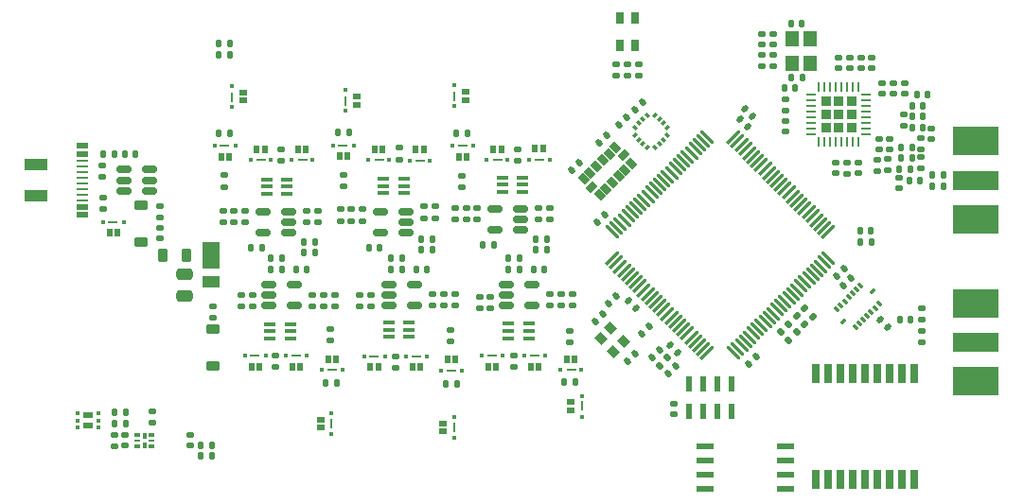
<source format=gtp>
G04 #@! TF.GenerationSoftware,KiCad,Pcbnew,8.0.3*
G04 #@! TF.CreationDate,2024-07-31T22:39:35+02:00*
G04 #@! TF.ProjectId,hw-tele-stern,68772d74-656c-4652-9d73-7465726e2e6b,rev2 w/ output diodes*
G04 #@! TF.SameCoordinates,Original*
G04 #@! TF.FileFunction,Paste,Top*
G04 #@! TF.FilePolarity,Positive*
%FSLAX46Y46*%
G04 Gerber Fmt 4.6, Leading zero omitted, Abs format (unit mm)*
G04 Created by KiCad (PCBNEW 8.0.3) date 2024-07-31 22:39:35*
%MOMM*%
%LPD*%
G01*
G04 APERTURE LIST*
G04 Aperture macros list*
%AMRoundRect*
0 Rectangle with rounded corners*
0 $1 Rounding radius*
0 $2 $3 $4 $5 $6 $7 $8 $9 X,Y pos of 4 corners*
0 Add a 4 corners polygon primitive as box body*
4,1,4,$2,$3,$4,$5,$6,$7,$8,$9,$2,$3,0*
0 Add four circle primitives for the rounded corners*
1,1,$1+$1,$2,$3*
1,1,$1+$1,$4,$5*
1,1,$1+$1,$6,$7*
1,1,$1+$1,$8,$9*
0 Add four rect primitives between the rounded corners*
20,1,$1+$1,$2,$3,$4,$5,0*
20,1,$1+$1,$4,$5,$6,$7,0*
20,1,$1+$1,$6,$7,$8,$9,0*
20,1,$1+$1,$8,$9,$2,$3,0*%
%AMRotRect*
0 Rectangle, with rotation*
0 The origin of the aperture is its center*
0 $1 length*
0 $2 width*
0 $3 Rotation angle, in degrees counterclockwise*
0 Add horizontal line*
21,1,$1,$2,0,0,$3*%
G04 Aperture macros list end*
%ADD10RotRect,0.920000X0.610000X315.000000*%
%ADD11RotRect,0.610000X0.920000X315.000000*%
%ADD12R,4.190000X2.665000*%
%ADD13R,4.190000X1.780000*%
%ADD14RoundRect,0.021200X0.243800X-0.633800X0.243800X0.633800X-0.243800X0.633800X-0.243800X-0.633800X0*%
%ADD15R,1.610000X0.610000*%
%ADD16R,0.580000X0.300000*%
%ADD17R,0.580000X0.250000*%
%ADD18R,0.350000X0.630000*%
%ADD19RoundRect,0.135000X-0.185000X0.135000X-0.185000X-0.135000X0.185000X-0.135000X0.185000X0.135000X0*%
%ADD20RoundRect,0.140000X-0.219203X-0.021213X-0.021213X-0.219203X0.219203X0.021213X0.021213X0.219203X0*%
%ADD21RoundRect,0.232500X-0.232500X-0.232500X0.232500X-0.232500X0.232500X0.232500X-0.232500X0.232500X0*%
%ADD22RoundRect,0.062500X-0.375000X-0.062500X0.375000X-0.062500X0.375000X0.062500X-0.375000X0.062500X0*%
%ADD23RoundRect,0.062500X-0.062500X-0.375000X0.062500X-0.375000X0.062500X0.375000X-0.062500X0.375000X0*%
%ADD24RoundRect,0.075000X-0.459619X-0.565685X0.565685X0.459619X0.459619X0.565685X-0.565685X-0.459619X0*%
%ADD25RoundRect,0.075000X0.459619X-0.565685X0.565685X-0.459619X-0.459619X0.565685X-0.565685X0.459619X0*%
%ADD26R,0.800000X0.600000*%
%ADD27R,0.300000X0.350000*%
%ADD28R,0.235000X0.870000*%
%ADD29R,0.600000X0.800000*%
%ADD30R,0.350000X0.300000*%
%ADD31R,0.870000X0.235000*%
%ADD32RoundRect,0.147500X-0.147500X-0.172500X0.147500X-0.172500X0.147500X0.172500X-0.147500X0.172500X0*%
%ADD33RoundRect,0.147500X0.017678X-0.226274X0.226274X-0.017678X-0.017678X0.226274X-0.226274X0.017678X0*%
%ADD34RoundRect,0.140000X0.170000X-0.140000X0.170000X0.140000X-0.170000X0.140000X-0.170000X-0.140000X0*%
%ADD35R,1.150000X1.400000*%
%ADD36RoundRect,0.135000X0.185000X-0.135000X0.185000X0.135000X-0.185000X0.135000X-0.185000X-0.135000X0*%
%ADD37RoundRect,0.218750X-0.218750X-0.381250X0.218750X-0.381250X0.218750X0.381250X-0.218750X0.381250X0*%
%ADD38RoundRect,0.135000X-0.135000X-0.185000X0.135000X-0.185000X0.135000X0.185000X-0.135000X0.185000X0*%
%ADD39RoundRect,0.135000X-0.035355X0.226274X-0.226274X0.035355X0.035355X-0.226274X0.226274X-0.035355X0*%
%ADD40RoundRect,0.135000X0.135000X0.185000X-0.135000X0.185000X-0.135000X-0.185000X0.135000X-0.185000X0*%
%ADD41RoundRect,0.140000X0.219203X0.021213X0.021213X0.219203X-0.219203X-0.021213X-0.021213X-0.219203X0*%
%ADD42RoundRect,0.140000X-0.140000X-0.170000X0.140000X-0.170000X0.140000X0.170000X-0.140000X0.170000X0*%
%ADD43RoundRect,0.147500X-0.172500X0.147500X-0.172500X-0.147500X0.172500X-0.147500X0.172500X0.147500X0*%
%ADD44RoundRect,0.140000X0.140000X0.170000X-0.140000X0.170000X-0.140000X-0.170000X0.140000X-0.170000X0*%
%ADD45R,1.100000X0.400000*%
%ADD46RoundRect,0.150000X0.512500X0.150000X-0.512500X0.150000X-0.512500X-0.150000X0.512500X-0.150000X0*%
%ADD47RotRect,0.800000X0.900000X45.000000*%
%ADD48RoundRect,0.225000X0.375000X-0.225000X0.375000X0.225000X-0.375000X0.225000X-0.375000X-0.225000X0*%
%ADD49R,1.500000X2.400000*%
%ADD50R,1.500000X1.050000*%
%ADD51RoundRect,0.140000X0.021213X-0.219203X0.219203X-0.021213X-0.021213X0.219203X-0.219203X0.021213X0*%
%ADD52RoundRect,0.147500X0.172500X-0.147500X0.172500X0.147500X-0.172500X0.147500X-0.172500X-0.147500X0*%
%ADD53RoundRect,0.135000X-0.226274X-0.035355X-0.035355X-0.226274X0.226274X0.035355X0.035355X0.226274X0*%
%ADD54RotRect,0.590000X0.350000X135.000000*%
%ADD55RotRect,0.590000X0.350000X45.000000*%
%ADD56RotRect,0.590000X0.350000X315.000000*%
%ADD57RotRect,0.590000X0.350000X225.000000*%
%ADD58RoundRect,0.140000X-0.170000X0.140000X-0.170000X-0.140000X0.170000X-0.140000X0.170000X0.140000X0*%
%ADD59RoundRect,0.135000X0.035355X-0.226274X0.226274X-0.035355X-0.035355X0.226274X-0.226274X0.035355X0*%
%ADD60RoundRect,0.150000X-0.512500X-0.150000X0.512500X-0.150000X0.512500X0.150000X-0.512500X0.150000X0*%
%ADD61RoundRect,0.135000X0.226274X0.035355X0.035355X0.226274X-0.226274X-0.035355X-0.035355X-0.226274X0*%
%ADD62RoundRect,0.140000X-0.021213X0.219203X-0.219203X0.021213X0.021213X-0.219203X0.219203X-0.021213X0*%
%ADD63R,0.700000X1.800000*%
%ADD64R,0.800000X1.800000*%
%ADD65R,1.000000X0.520000*%
%ADD66R,1.000000X0.270000*%
%ADD67R,2.000000X1.000000*%
%ADD68RotRect,0.450000X0.300000X135.000000*%
%ADD69RotRect,0.300000X0.450000X135.000000*%
%ADD70RoundRect,0.250000X0.475000X-0.250000X0.475000X0.250000X-0.475000X0.250000X-0.475000X-0.250000X0*%
%ADD71R,0.800000X1.000000*%
%ADD72R,0.325000X0.300000*%
%ADD73R,0.950000X0.613000*%
G04 APERTURE END LIST*
D10*
X142158931Y-89385432D03*
X141593245Y-89951117D03*
X141027560Y-90516802D03*
X140461874Y-91082488D03*
X139896189Y-91648173D03*
X139330504Y-92213859D03*
D11*
X140037610Y-92935108D03*
D10*
X140758859Y-93642214D03*
X141324545Y-93076529D03*
X141890230Y-92510844D03*
X142455916Y-91945158D03*
X143021601Y-91379473D03*
X143587286Y-90813787D03*
D11*
X142880180Y-90092538D03*
D12*
X174423895Y-95806323D03*
X174423895Y-88821323D03*
D13*
X174423895Y-92313823D03*
D14*
X148783895Y-112963823D03*
X150033895Y-112963823D03*
X151283895Y-112963823D03*
X152533895Y-112963823D03*
X152533895Y-110563823D03*
X151283895Y-110563823D03*
X150033895Y-110563823D03*
X148783895Y-110563823D03*
D15*
X150196395Y-116108823D03*
X150196395Y-117378823D03*
X150196395Y-118648823D03*
X150196395Y-119918823D03*
X157406395Y-119918823D03*
X157406395Y-118648823D03*
X157406395Y-117378823D03*
X157406395Y-116108823D03*
D16*
X99388895Y-115113823D03*
D17*
X99388895Y-115613823D03*
D16*
X99388895Y-116113823D03*
D18*
X100023895Y-116048823D03*
D16*
X100658895Y-116113823D03*
D17*
X100658895Y-115613823D03*
D16*
X100658895Y-115113823D03*
D18*
X100023895Y-115178823D03*
D19*
X115058895Y-102553823D03*
X115058895Y-103573823D03*
D20*
X153769484Y-85924412D03*
X154448306Y-86603234D03*
D21*
X160986395Y-85263823D03*
X160986395Y-86413823D03*
X160986395Y-87563823D03*
X162136395Y-85263823D03*
X162136395Y-86413823D03*
X162136395Y-87563823D03*
X163286395Y-85263823D03*
X163286395Y-86413823D03*
X163286395Y-87563823D03*
D22*
X159698895Y-84663823D03*
X159698895Y-85163823D03*
X159698895Y-85663823D03*
X159698895Y-86163823D03*
X159698895Y-86663823D03*
X159698895Y-87163823D03*
X159698895Y-87663823D03*
X159698895Y-88163823D03*
D23*
X160386395Y-88851323D03*
X160886395Y-88851323D03*
X161386395Y-88851323D03*
X161886395Y-88851323D03*
X162386395Y-88851323D03*
X162886395Y-88851323D03*
X163386395Y-88851323D03*
X163886395Y-88851323D03*
D22*
X164573895Y-88163823D03*
X164573895Y-87663823D03*
X164573895Y-87163823D03*
X164573895Y-86663823D03*
X164573895Y-86163823D03*
X164573895Y-85663823D03*
X164573895Y-85163823D03*
X164573895Y-84663823D03*
D23*
X163886395Y-83976323D03*
X163386395Y-83976323D03*
X162886395Y-83976323D03*
X162386395Y-83976323D03*
X161886395Y-83976323D03*
X161386395Y-83976323D03*
X160886395Y-83976323D03*
X160386395Y-83976323D03*
D24*
X141889210Y-99298227D03*
X142242763Y-99651780D03*
X142596317Y-100005334D03*
X142949870Y-100358887D03*
X143303423Y-100712440D03*
X143656977Y-101065994D03*
X144010530Y-101419547D03*
X144364084Y-101773101D03*
X144717637Y-102126654D03*
X145071190Y-102480207D03*
X145424744Y-102833761D03*
X145778297Y-103187314D03*
X146131850Y-103540868D03*
X146485404Y-103894421D03*
X146838957Y-104247974D03*
X147192511Y-104601528D03*
X147546064Y-104955081D03*
X147899617Y-105308634D03*
X148253171Y-105662188D03*
X148606724Y-106015741D03*
X148960278Y-106369295D03*
X149313831Y-106722848D03*
X149667384Y-107076401D03*
X150020938Y-107429955D03*
X150374491Y-107783508D03*
D25*
X152743299Y-107783508D03*
X153096852Y-107429955D03*
X153450406Y-107076401D03*
X153803959Y-106722848D03*
X154157512Y-106369295D03*
X154511066Y-106015741D03*
X154864619Y-105662188D03*
X155218173Y-105308634D03*
X155571726Y-104955081D03*
X155925279Y-104601528D03*
X156278833Y-104247974D03*
X156632386Y-103894421D03*
X156985940Y-103540868D03*
X157339493Y-103187314D03*
X157693046Y-102833761D03*
X158046600Y-102480207D03*
X158400153Y-102126654D03*
X158753706Y-101773101D03*
X159107260Y-101419547D03*
X159460813Y-101065994D03*
X159814367Y-100712440D03*
X160167920Y-100358887D03*
X160521473Y-100005334D03*
X160875027Y-99651780D03*
X161228580Y-99298227D03*
D24*
X161228580Y-96929419D03*
X160875027Y-96575866D03*
X160521473Y-96222312D03*
X160167920Y-95868759D03*
X159814367Y-95515206D03*
X159460813Y-95161652D03*
X159107260Y-94808099D03*
X158753706Y-94454545D03*
X158400153Y-94100992D03*
X158046600Y-93747439D03*
X157693046Y-93393885D03*
X157339493Y-93040332D03*
X156985940Y-92686778D03*
X156632386Y-92333225D03*
X156278833Y-91979672D03*
X155925279Y-91626118D03*
X155571726Y-91272565D03*
X155218173Y-90919012D03*
X154864619Y-90565458D03*
X154511066Y-90211905D03*
X154157512Y-89858351D03*
X153803959Y-89504798D03*
X153450406Y-89151245D03*
X153096852Y-88797691D03*
X152743299Y-88444138D03*
D25*
X150374491Y-88444138D03*
X150020938Y-88797691D03*
X149667384Y-89151245D03*
X149313831Y-89504798D03*
X148960278Y-89858351D03*
X148606724Y-90211905D03*
X148253171Y-90565458D03*
X147899617Y-90919012D03*
X147546064Y-91272565D03*
X147192511Y-91626118D03*
X146838957Y-91979672D03*
X146485404Y-92333225D03*
X146131850Y-92686778D03*
X145778297Y-93040332D03*
X145424744Y-93393885D03*
X145071190Y-93747439D03*
X144717637Y-94100992D03*
X144364084Y-94454545D03*
X144010530Y-94808099D03*
X143656977Y-95161652D03*
X143303423Y-95515206D03*
X142949870Y-95868759D03*
X142596317Y-96222312D03*
X142242763Y-96575866D03*
X141889210Y-96929419D03*
D26*
X126756863Y-114796359D03*
X126756863Y-114096359D03*
D27*
X127731863Y-115371359D03*
D28*
X127731863Y-114406359D03*
D27*
X127731863Y-113521359D03*
D29*
X131505002Y-108991969D03*
X130805002Y-108991969D03*
D30*
X132080002Y-108016969D03*
D31*
X131115002Y-108016969D03*
D30*
X130230002Y-108016969D03*
D32*
X168723895Y-87563823D03*
X169693895Y-87563823D03*
D33*
X146141253Y-108896181D03*
X146827147Y-108210287D03*
D34*
X167008895Y-84543823D03*
X167008895Y-83583823D03*
D35*
X159558895Y-81813823D03*
X159558895Y-79613823D03*
X157957895Y-79613823D03*
X157957895Y-81813823D03*
D29*
X124308895Y-89556323D03*
X125008895Y-89556323D03*
D30*
X123733895Y-90531323D03*
D31*
X124698895Y-90531323D03*
D30*
X125583895Y-90531323D03*
D36*
X120308895Y-103573823D03*
X120308895Y-102553823D03*
D37*
X103782500Y-99040000D03*
X101657500Y-99040000D03*
D38*
X111288895Y-100313823D03*
X112308895Y-100313823D03*
D39*
X158369519Y-105903199D03*
X157648271Y-106624447D03*
D38*
X105048895Y-117019419D03*
X106068895Y-117019419D03*
D40*
X115318895Y-98813823D03*
X114298895Y-98813823D03*
D41*
X147723611Y-107792645D03*
X147044789Y-107113823D03*
D29*
X120951863Y-109056359D03*
X120251863Y-109056359D03*
D30*
X121526863Y-108081359D03*
D31*
X120561863Y-108081359D03*
D30*
X119676863Y-108081359D03*
D19*
X96358895Y-93903823D03*
X96358895Y-94923823D03*
D29*
X137815002Y-108316969D03*
X138515002Y-108316969D03*
D30*
X137240002Y-109291969D03*
D31*
X138205002Y-109291969D03*
D30*
X139090002Y-109291969D03*
D19*
X136308895Y-102536359D03*
X136308895Y-103556359D03*
D42*
X113578895Y-100313823D03*
X114538895Y-100313823D03*
D43*
X170458895Y-87678823D03*
X170458895Y-88648823D03*
D36*
X144258895Y-82923823D03*
X144258895Y-81903823D03*
X155258895Y-82086323D03*
X155258895Y-81066323D03*
D38*
X106669895Y-88085323D03*
X107689895Y-88085323D03*
D29*
X118183895Y-90156323D03*
X117483895Y-90156323D03*
D30*
X118758895Y-89181323D03*
D31*
X117793895Y-89181323D03*
D30*
X116908895Y-89181323D03*
D38*
X117323895Y-88031323D03*
X118343895Y-88031323D03*
D42*
X168478895Y-92313823D03*
X169438895Y-92313823D03*
D44*
X121058895Y-98313823D03*
X120098895Y-98313823D03*
D45*
X121433895Y-92181323D03*
X121433895Y-92831323D03*
X121433895Y-93481323D03*
X123233895Y-93481323D03*
X123233895Y-92831323D03*
X123233895Y-92181323D03*
D46*
X133696395Y-96763823D03*
X133696395Y-95813823D03*
X133696395Y-94863823D03*
X131421395Y-94863823D03*
X131421395Y-96763823D03*
D47*
X140833590Y-106472402D03*
X142000316Y-107639128D03*
X142884200Y-106755244D03*
X141717474Y-105588518D03*
D34*
X157358895Y-87943823D03*
X157358895Y-86983823D03*
D48*
X99713895Y-97808823D03*
X99713895Y-94508823D03*
D34*
X147358895Y-113243823D03*
X147358895Y-112283823D03*
D49*
X105958895Y-99063823D03*
D50*
X105958895Y-101438823D03*
D40*
X133558895Y-99313823D03*
X132538895Y-99313823D03*
D51*
X143919484Y-85983564D03*
X144598306Y-85304742D03*
D29*
X131243895Y-89546323D03*
X131943895Y-89546323D03*
D30*
X130668895Y-90521323D03*
D31*
X131633895Y-90521323D03*
D30*
X132518895Y-90521323D03*
D34*
X165058895Y-82293823D03*
X165058895Y-81333823D03*
D52*
X167958895Y-87398823D03*
X167958895Y-86428823D03*
D29*
X120633895Y-89531323D03*
X121333895Y-89531323D03*
D30*
X120058895Y-90506323D03*
D31*
X121023895Y-90506323D03*
D30*
X121908895Y-90506323D03*
D52*
X169568895Y-106808823D03*
X169568895Y-105838823D03*
D36*
X109699074Y-103574586D03*
X109699074Y-102554586D03*
D19*
X128433895Y-91911323D03*
X128433895Y-92931323D03*
D32*
X168723895Y-85613823D03*
X169693895Y-85613823D03*
D51*
X140519484Y-96053234D03*
X141198306Y-95374412D03*
D34*
X164158895Y-82293823D03*
X164158895Y-81333823D03*
D53*
X158386436Y-104451537D03*
X159107684Y-105172785D03*
D26*
X115781863Y-114471359D03*
X115781863Y-113771359D03*
D27*
X116756863Y-115046359D03*
D28*
X116756863Y-114081359D03*
D27*
X116756863Y-113196359D03*
D44*
X158828895Y-78273823D03*
X157868895Y-78273823D03*
X158238895Y-84063823D03*
X157278895Y-84063823D03*
D29*
X128858895Y-90196323D03*
X128158895Y-90196323D03*
D30*
X129433895Y-89221323D03*
D31*
X128468895Y-89221323D03*
D30*
X127583895Y-89221323D03*
D19*
X114558895Y-95053823D03*
X114558895Y-96073823D03*
D54*
X165743335Y-103376942D03*
X165389781Y-103730496D03*
X165036228Y-104084049D03*
X164682674Y-104437602D03*
X164329121Y-104791156D03*
X163975568Y-105144709D03*
X163622014Y-105498263D03*
D55*
X162504786Y-104967932D03*
D56*
X161974455Y-103850704D03*
X162328009Y-103497150D03*
X162681562Y-103143597D03*
X163035116Y-102790044D03*
X163388669Y-102436490D03*
X163742222Y-102082937D03*
X164095776Y-101729383D03*
D57*
X165213004Y-102259714D03*
D38*
X105048895Y-116019419D03*
X106068895Y-116019419D03*
D58*
X163908895Y-90733823D03*
X163908895Y-91693823D03*
D59*
X156948271Y-105924447D03*
X157669519Y-105203199D03*
D29*
X97608895Y-97038823D03*
X96908895Y-97038823D03*
D30*
X98183895Y-96063823D03*
D31*
X97218895Y-96063823D03*
D30*
X96333895Y-96063823D03*
D60*
X111171395Y-101613823D03*
X111171395Y-102563823D03*
X111171395Y-103513823D03*
X113446395Y-103513823D03*
X113446395Y-101613823D03*
D36*
X109058895Y-96073823D03*
X109058895Y-95053823D03*
D19*
X128808895Y-94821323D03*
X128808895Y-95841323D03*
D61*
X159797512Y-104519748D03*
X159076264Y-103798500D03*
D40*
X123068895Y-99313823D03*
X122048895Y-99313823D03*
D32*
X96373895Y-90013823D03*
X97343895Y-90013823D03*
D34*
X168008895Y-84543823D03*
X168008895Y-83583823D03*
X162158895Y-82293823D03*
X162158895Y-81333823D03*
D42*
X169128895Y-84663823D03*
X170088895Y-84663823D03*
D36*
X142258895Y-82923823D03*
X142258895Y-81903823D03*
D43*
X165758895Y-88578823D03*
X165758895Y-89548823D03*
D19*
X112279895Y-89575323D03*
X112279895Y-90595323D03*
X133433895Y-89511323D03*
X133433895Y-90531323D03*
D38*
X135048895Y-97563823D03*
X136068895Y-97563823D03*
D29*
X110301863Y-109006359D03*
X109601863Y-109006359D03*
D30*
X110876863Y-108031359D03*
D31*
X109911863Y-108031359D03*
D30*
X109026863Y-108031359D03*
D19*
X130006863Y-102786359D03*
X130006863Y-103806359D03*
D36*
X137308895Y-103556359D03*
X137308895Y-102536359D03*
D58*
X161908895Y-90738823D03*
X161908895Y-91698823D03*
D38*
X132538895Y-100313823D03*
X133558895Y-100313823D03*
D58*
X166558895Y-90433823D03*
X166558895Y-91393823D03*
D62*
X162598306Y-100174412D03*
X161919484Y-100853234D03*
D19*
X101413895Y-94648823D03*
X101413895Y-95668823D03*
D38*
X127923895Y-88121323D03*
X128943895Y-88121323D03*
D19*
X96258895Y-91003823D03*
X96258895Y-92023823D03*
D43*
X104096395Y-115078823D03*
X104096395Y-116048823D03*
D40*
X125828895Y-98563823D03*
X124808895Y-98563823D03*
D36*
X127808895Y-95841323D03*
X127808895Y-94821323D03*
D51*
X142519484Y-87353234D03*
X143198306Y-86674412D03*
D62*
X146123611Y-107513823D03*
X145444789Y-108192645D03*
D38*
X124808895Y-97563823D03*
X125828895Y-97563823D03*
X122048895Y-100313823D03*
X123068895Y-100313823D03*
D36*
X143248895Y-82923823D03*
X143248895Y-81903823D03*
D42*
X134828895Y-100313823D03*
X135788895Y-100313823D03*
D40*
X136068895Y-98563823D03*
X135048895Y-98563823D03*
D45*
X113076863Y-106481359D03*
X113076863Y-105831359D03*
X113076863Y-105181359D03*
X111276863Y-105181359D03*
X111276863Y-105831359D03*
X111276863Y-106481359D03*
D62*
X141023611Y-104265833D03*
X140344789Y-104944655D03*
D36*
X138115002Y-106826969D03*
X138115002Y-105806969D03*
D29*
X124716863Y-109056359D03*
X124016863Y-109056359D03*
D30*
X125291863Y-108081359D03*
D31*
X124326863Y-108081359D03*
D30*
X123441863Y-108081359D03*
D32*
X167723895Y-89363823D03*
X168693895Y-89363823D03*
D26*
X128738895Y-84406323D03*
X128738895Y-85106323D03*
D27*
X127763895Y-83831323D03*
D28*
X127763895Y-84796323D03*
D27*
X127763895Y-85681323D03*
D19*
X138308895Y-102526359D03*
X138308895Y-103546359D03*
D43*
X169458895Y-90243823D03*
X169458895Y-91213823D03*
D63*
X160058895Y-119113823D03*
D64*
X161158895Y-119113823D03*
X162258895Y-119113823D03*
X163358895Y-119113823D03*
X164458895Y-119113823D03*
X165558895Y-119113823D03*
X166658895Y-119113823D03*
X167758895Y-119113823D03*
D63*
X168858895Y-119113823D03*
X168858895Y-109613823D03*
D64*
X167758895Y-109613823D03*
X166658895Y-109613823D03*
X165558895Y-109613823D03*
X164458895Y-109613823D03*
X163358895Y-109613823D03*
X162258895Y-109613823D03*
X161158895Y-109613823D03*
D63*
X160058895Y-109613823D03*
D36*
X116676863Y-106641359D03*
X116676863Y-105621359D03*
D40*
X127976863Y-110531359D03*
X126956863Y-110531359D03*
D38*
X97348895Y-113113823D03*
X98368895Y-113113823D03*
D45*
X132033895Y-92071323D03*
X132033895Y-92721323D03*
X132033895Y-93371323D03*
X133833895Y-93371323D03*
X133833895Y-92721323D03*
X133833895Y-92071323D03*
D36*
X126031697Y-95687963D03*
X126031697Y-94667963D03*
D19*
X119308895Y-102553823D03*
X119308895Y-103573823D03*
X100758895Y-113003823D03*
X100758895Y-114023823D03*
D36*
X119558895Y-95943823D03*
X119558895Y-94923823D03*
X156258895Y-82088823D03*
X156258895Y-81068823D03*
D32*
X164073895Y-96813823D03*
X165043895Y-96813823D03*
D45*
X134415002Y-106466969D03*
X134415002Y-105816969D03*
X134415002Y-105166969D03*
X132615002Y-105166969D03*
X132615002Y-105816969D03*
X132615002Y-106466969D03*
D34*
X101413895Y-97538823D03*
X101413895Y-96578823D03*
D65*
X94490000Y-89232000D03*
X94490000Y-89982000D03*
D66*
X94490000Y-91082000D03*
X94490000Y-91582000D03*
X94490000Y-92582000D03*
X94490000Y-93582000D03*
D65*
X94490000Y-94682000D03*
X94490000Y-95432000D03*
X94490000Y-95432000D03*
X94490000Y-94682000D03*
D66*
X94490000Y-94082000D03*
X94490000Y-93082000D03*
X94490000Y-92082000D03*
X94490000Y-90582000D03*
D65*
X94490000Y-89982000D03*
X94490000Y-89232000D03*
D67*
X90290000Y-93732000D03*
X90290000Y-90932000D03*
D60*
X121921395Y-101613823D03*
X121921395Y-102563823D03*
X121921395Y-103513823D03*
X124196395Y-103513823D03*
X124196395Y-101613823D03*
D38*
X97358895Y-114113823D03*
X98378895Y-114113823D03*
D40*
X107668895Y-80063823D03*
X106648895Y-80063823D03*
D68*
X145730126Y-89376044D03*
X146083679Y-89022491D03*
X146437233Y-88668937D03*
X146790786Y-88315384D03*
D69*
X146790786Y-87572922D03*
X146437233Y-87219369D03*
X146083679Y-86865815D03*
X145730126Y-86512262D03*
D68*
X144987664Y-86512262D03*
X144634111Y-86865815D03*
X144280557Y-87219369D03*
X143927004Y-87572922D03*
D69*
X143927004Y-88315384D03*
X144280557Y-88668937D03*
X144634111Y-89022491D03*
X144987664Y-89376044D03*
D40*
X138625002Y-110416969D03*
X137605002Y-110416969D03*
D62*
X154798306Y-108074412D03*
X154119484Y-108753234D03*
D34*
X98323895Y-116083823D03*
X98323895Y-115123823D03*
D51*
X143244789Y-108544655D03*
X143923611Y-107865833D03*
D29*
X113789895Y-89510323D03*
X114489895Y-89510323D03*
D30*
X113214895Y-90485323D03*
D31*
X114179895Y-90485323D03*
D30*
X115064895Y-90485323D03*
D58*
X157358895Y-85083823D03*
X157358895Y-86043823D03*
D42*
X124328895Y-100313823D03*
X125288895Y-100313823D03*
D58*
X166708895Y-88583823D03*
X166708895Y-89543823D03*
D38*
X164048895Y-97813823D03*
X165068895Y-97813823D03*
D19*
X135263895Y-94821323D03*
X135263895Y-95841323D03*
D70*
X103658895Y-102663823D03*
X103658895Y-100763823D03*
D32*
X170523895Y-91863823D03*
X171493895Y-91863823D03*
D45*
X123726863Y-106331359D03*
X123726863Y-105681359D03*
X123726863Y-105031359D03*
X121926863Y-105031359D03*
X121926863Y-105681359D03*
X121926863Y-106331359D03*
D20*
X165850589Y-104820589D03*
X166529411Y-105499411D03*
D51*
X162519484Y-101753234D03*
X163198306Y-101074412D03*
D29*
X107579895Y-90185323D03*
X106879895Y-90185323D03*
D30*
X108154895Y-89210323D03*
D31*
X107189895Y-89210323D03*
D30*
X106304895Y-89210323D03*
D19*
X162908895Y-90703823D03*
X162908895Y-91723823D03*
D41*
X143998306Y-103753234D03*
X143319484Y-103074412D03*
D29*
X127126863Y-108381359D03*
X127826863Y-108381359D03*
D30*
X126551863Y-109356359D03*
D31*
X127516863Y-109356359D03*
D30*
X128401863Y-109356359D03*
D26*
X118988895Y-84831323D03*
X118988895Y-85531323D03*
D27*
X118013895Y-84256323D03*
D28*
X118013895Y-85221323D03*
D27*
X118013895Y-86106323D03*
D19*
X118558895Y-94923823D03*
X118558895Y-95943823D03*
X165558895Y-90503823D03*
X165558895Y-91523823D03*
D44*
X168558895Y-104813823D03*
X167598895Y-104813823D03*
D40*
X112308895Y-99313823D03*
X111288895Y-99313823D03*
D62*
X141398306Y-88274412D03*
X140719484Y-88953234D03*
D19*
X117833895Y-91821323D03*
X117833895Y-92841323D03*
D34*
X166058895Y-84543823D03*
X166058895Y-83583823D03*
D36*
X136263895Y-95841323D03*
X136263895Y-94821323D03*
X117558895Y-95943823D03*
X117558895Y-94923823D03*
D40*
X107668895Y-81063823D03*
X106648895Y-81063823D03*
D38*
X114298895Y-97813823D03*
X115318895Y-97813823D03*
D29*
X134983895Y-89496323D03*
X135683895Y-89496323D03*
D30*
X134408895Y-90471323D03*
D31*
X135373895Y-90471323D03*
D30*
X136258895Y-90471323D03*
D13*
X174423895Y-106813823D03*
D12*
X174423895Y-103321323D03*
X174423895Y-110306323D03*
D44*
X110538895Y-98313823D03*
X109578895Y-98313823D03*
D48*
X106158895Y-108963823D03*
X106158895Y-105663823D03*
D19*
X125808895Y-102536359D03*
X125808895Y-103556359D03*
D71*
X143958895Y-77763823D03*
X142558895Y-77763823D03*
X142558895Y-80263823D03*
X143958895Y-80263823D03*
D58*
X169458895Y-88563823D03*
X169458895Y-89523823D03*
D46*
X100496395Y-93263823D03*
X100496395Y-92313823D03*
X100496395Y-91363823D03*
X98221395Y-91363823D03*
X98221395Y-92313823D03*
X98221395Y-93263823D03*
D42*
X98278895Y-90013823D03*
X99238895Y-90013823D03*
D29*
X113976863Y-109006359D03*
X113276863Y-109006359D03*
D30*
X114551863Y-108031359D03*
D31*
X113586863Y-108031359D03*
D30*
X112701863Y-108031359D03*
D42*
X168728895Y-86613823D03*
X169688895Y-86613823D03*
D45*
X110979895Y-92235323D03*
X110979895Y-92885323D03*
X110979895Y-93535323D03*
X112779895Y-93535323D03*
X112779895Y-92885323D03*
X112779895Y-92235323D03*
D44*
X131288895Y-98063823D03*
X130328895Y-98063823D03*
D19*
X169558895Y-103803823D03*
X169558895Y-104823823D03*
D36*
X131006863Y-103806359D03*
X131006863Y-102786359D03*
D40*
X117286863Y-110431359D03*
X116266863Y-110431359D03*
D19*
X97323895Y-115093823D03*
X97323895Y-116113823D03*
D62*
X145223611Y-105415833D03*
X144544789Y-106094655D03*
D51*
X138219484Y-91453234D03*
X138898306Y-90774412D03*
D42*
X170528895Y-92863823D03*
X171488895Y-92863823D03*
D29*
X110089895Y-89510323D03*
X110789895Y-89510323D03*
D30*
X109514895Y-90485323D03*
D31*
X110479895Y-90485323D03*
D30*
X111364895Y-90485323D03*
D19*
X122833895Y-89421323D03*
X122833895Y-90441323D03*
D72*
X94033895Y-113163823D03*
X94033895Y-113813823D03*
X94033895Y-114463823D03*
D73*
X94958895Y-114280323D03*
D72*
X95883895Y-114463823D03*
X95883895Y-113813823D03*
D73*
X94958895Y-113347323D03*
D72*
X95883895Y-113163823D03*
D36*
X111776863Y-109041359D03*
X111776863Y-108021359D03*
D19*
X106158895Y-103603823D03*
X106158895Y-104623823D03*
D43*
X155258895Y-79191323D03*
X155258895Y-80161323D03*
D36*
X115558895Y-96073823D03*
X115558895Y-95053823D03*
D60*
X132421395Y-101613823D03*
X132421395Y-102563823D03*
X132421395Y-103513823D03*
X134696395Y-103513823D03*
X134696395Y-101613823D03*
D42*
X167728895Y-90313823D03*
X168688895Y-90313823D03*
D19*
X107179895Y-91875323D03*
X107179895Y-92895323D03*
D46*
X112946395Y-97013823D03*
X112946395Y-96063823D03*
X112946395Y-95113823D03*
X110671395Y-95113823D03*
X110671395Y-97013823D03*
D36*
X107078895Y-96073823D03*
X107078895Y-95053823D03*
D20*
X153319484Y-86824412D03*
X153998306Y-87503234D03*
D36*
X122476863Y-109091359D03*
X122476863Y-108071359D03*
D19*
X127808895Y-102536359D03*
X127808895Y-103556359D03*
D42*
X167578895Y-91313823D03*
X168538895Y-91313823D03*
D51*
X146844789Y-109592645D03*
X147523611Y-108913823D03*
D46*
X123446395Y-97013823D03*
X123446395Y-96063823D03*
X123446395Y-95113823D03*
X121171395Y-95113823D03*
X121171395Y-97013823D03*
D19*
X108699074Y-102554586D03*
X108699074Y-103574586D03*
D43*
X156258878Y-79183776D03*
X156258878Y-80153776D03*
D26*
X138181863Y-112896359D03*
X138181863Y-112196359D03*
D27*
X139156863Y-113471359D03*
D28*
X139156863Y-112506359D03*
D27*
X139156863Y-111621359D03*
D36*
X126808895Y-103556359D03*
X126808895Y-102536359D03*
D58*
X167558895Y-92083823D03*
X167558895Y-93043823D03*
D19*
X125031697Y-94667963D03*
X125031697Y-95687963D03*
D36*
X133115002Y-109026969D03*
X133115002Y-108006969D03*
D19*
X117058895Y-102553823D03*
X117058895Y-103573823D03*
X108058895Y-95053823D03*
X108058895Y-96073823D03*
D36*
X116058895Y-103573823D03*
X116058895Y-102553823D03*
D34*
X163158895Y-82293823D03*
X163158895Y-81333823D03*
D26*
X108838895Y-84481323D03*
X108838895Y-85181323D03*
D27*
X107863895Y-83906323D03*
D28*
X107863895Y-84871323D03*
D27*
X107863895Y-85756323D03*
D29*
X116476863Y-108331359D03*
X117176863Y-108331359D03*
D30*
X115901863Y-109306359D03*
D31*
X116866863Y-109306359D03*
D30*
X117751863Y-109306359D03*
D62*
X142223611Y-102665833D03*
X141544789Y-103344655D03*
D36*
X129808895Y-95841323D03*
X129808895Y-94821323D03*
D29*
X135315002Y-108991969D03*
X134615002Y-108991969D03*
D30*
X135890002Y-108016969D03*
D31*
X134925002Y-108016969D03*
D30*
X134040002Y-108016969D03*
D36*
X127426863Y-106741359D03*
X127426863Y-105721359D03*
D42*
X157918895Y-83093823D03*
X158878895Y-83093823D03*
M02*

</source>
